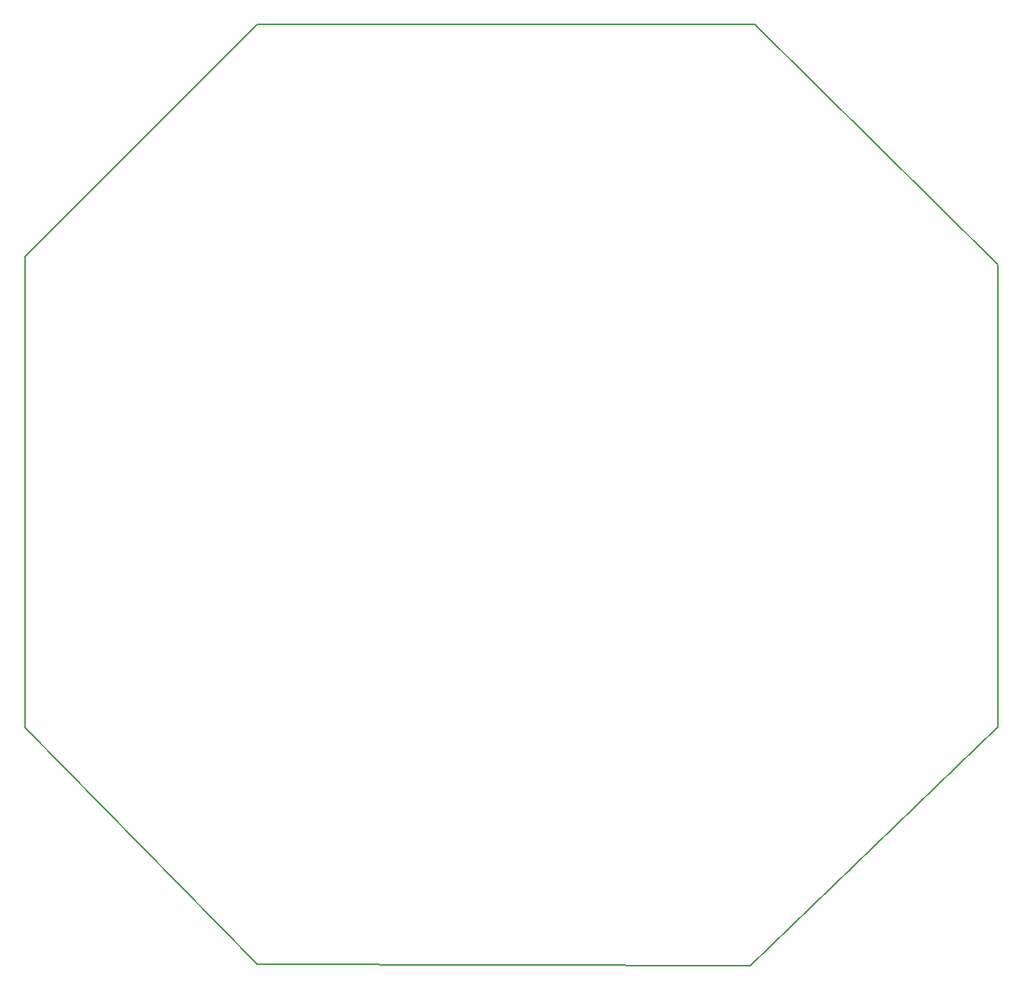
<source format=gm1>
G04 #@! TF.GenerationSoftware,KiCad,Pcbnew,5.1.2-f72e74a~84~ubuntu18.04.1*
G04 #@! TF.CreationDate,2019-07-29T20:36:53-07:00*
G04 #@! TF.ProjectId,quad_copter_pcb,71756164-5f63-46f7-9074-65725f706362,rev?*
G04 #@! TF.SameCoordinates,Original*
G04 #@! TF.FileFunction,Profile,NP*
%FSLAX46Y46*%
G04 Gerber Fmt 4.6, Leading zero omitted, Abs format (unit mm)*
G04 Created by KiCad (PCBNEW 5.1.2-f72e74a~84~ubuntu18.04.1) date 2019-07-29 20:36:53*
%MOMM*%
%LPD*%
G04 APERTURE LIST*
%ADD10C,0.200000*%
G04 APERTURE END LIST*
D10*
X116840000Y-39370000D02*
X90170000Y-66040000D01*
X173990000Y-39370000D02*
X116840000Y-39370000D01*
X201930000Y-66929000D02*
X173990000Y-39370000D01*
X201930000Y-120015000D02*
X201930000Y-66929000D01*
X173482000Y-147447000D02*
X201930000Y-120015000D01*
X116840000Y-147320000D02*
X173482000Y-147447000D01*
X90170000Y-120142000D02*
X116840000Y-147320000D01*
X90170000Y-66040000D02*
X90170000Y-120142000D01*
M02*

</source>
